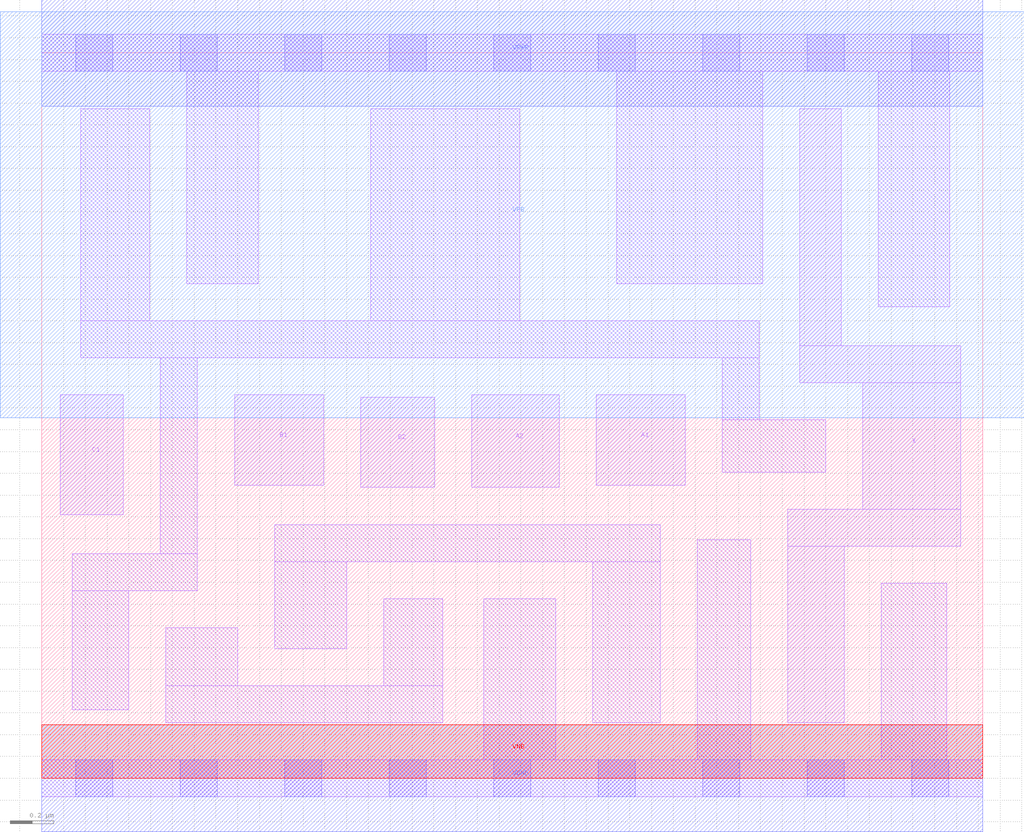
<source format=lef>
# Copyright 2020 The SkyWater PDK Authors
#
# Licensed under the Apache License, Version 2.0 (the "License");
# you may not use this file except in compliance with the License.
# You may obtain a copy of the License at
#
#     https://www.apache.org/licenses/LICENSE-2.0
#
# Unless required by applicable law or agreed to in writing, software
# distributed under the License is distributed on an "AS IS" BASIS,
# WITHOUT WARRANTIES OR CONDITIONS OF ANY KIND, either express or implied.
# See the License for the specific language governing permissions and
# limitations under the License.
#
# SPDX-License-Identifier: Apache-2.0

VERSION 5.7 ;
  NOWIREEXTENSIONATPIN ON ;
  DIVIDERCHAR "/" ;
  BUSBITCHARS "[]" ;
MACRO sky130_fd_sc_lp__o221a_2
  CLASS CORE ;
  FOREIGN sky130_fd_sc_lp__o221a_2 ;
  ORIGIN  0.000000  0.000000 ;
  SIZE  4.320000 BY  3.330000 ;
  SYMMETRY X Y R90 ;
  SITE unit ;
  PIN A1
    ANTENNAGATEAREA  0.315000 ;
    DIRECTION INPUT ;
    USE SIGNAL ;
    PORT
      LAYER li1 ;
        RECT 2.545000 1.345000 2.955000 1.760000 ;
    END
  END A1
  PIN A2
    ANTENNAGATEAREA  0.315000 ;
    DIRECTION INPUT ;
    USE SIGNAL ;
    PORT
      LAYER li1 ;
        RECT 1.975000 1.335000 2.375000 1.760000 ;
    END
  END A2
  PIN B1
    ANTENNAGATEAREA  0.315000 ;
    DIRECTION INPUT ;
    USE SIGNAL ;
    PORT
      LAYER li1 ;
        RECT 0.885000 1.345000 1.295000 1.760000 ;
    END
  END B1
  PIN B2
    ANTENNAGATEAREA  0.315000 ;
    DIRECTION INPUT ;
    USE SIGNAL ;
    PORT
      LAYER li1 ;
        RECT 1.465000 1.335000 1.805000 1.750000 ;
    END
  END B2
  PIN C1
    ANTENNAGATEAREA  0.315000 ;
    DIRECTION INPUT ;
    USE SIGNAL ;
    PORT
      LAYER li1 ;
        RECT 0.085000 1.210000 0.375000 1.760000 ;
    END
  END C1
  PIN X
    ANTENNADIFFAREA  0.588000 ;
    DIRECTION OUTPUT ;
    USE SIGNAL ;
    PORT
      LAYER li1 ;
        RECT 3.425000 0.255000 3.685000 1.065000 ;
        RECT 3.425000 1.065000 4.220000 1.235000 ;
        RECT 3.480000 1.815000 4.220000 1.985000 ;
        RECT 3.480000 1.985000 3.670000 3.075000 ;
        RECT 3.770000 1.235000 4.220000 1.815000 ;
    END
  END X
  PIN VGND
    DIRECTION INOUT ;
    USE GROUND ;
    PORT
      LAYER met1 ;
        RECT 0.000000 -0.245000 4.320000 0.245000 ;
    END
  END VGND
  PIN VNB
    DIRECTION INOUT ;
    USE GROUND ;
    PORT
      LAYER pwell ;
        RECT 0.000000 0.000000 4.320000 0.245000 ;
    END
  END VNB
  PIN VPB
    DIRECTION INOUT ;
    USE POWER ;
    PORT
      LAYER nwell ;
        RECT -0.190000 1.655000 4.510000 3.520000 ;
    END
  END VPB
  PIN VPWR
    DIRECTION INOUT ;
    USE POWER ;
    PORT
      LAYER met1 ;
        RECT 0.000000 3.085000 4.320000 3.575000 ;
    END
  END VPWR
  OBS
    LAYER li1 ;
      RECT 0.000000 -0.085000 4.320000 0.085000 ;
      RECT 0.000000  3.245000 4.320000 3.415000 ;
      RECT 0.140000  0.315000 0.400000 0.860000 ;
      RECT 0.140000  0.860000 0.715000 1.030000 ;
      RECT 0.180000  1.930000 3.295000 2.100000 ;
      RECT 0.180000  2.100000 0.495000 3.075000 ;
      RECT 0.545000  1.030000 0.715000 1.930000 ;
      RECT 0.570000  0.255000 1.840000 0.425000 ;
      RECT 0.570000  0.425000 0.900000 0.690000 ;
      RECT 0.665000  2.270000 0.995000 3.245000 ;
      RECT 1.070000  0.595000 1.400000 0.995000 ;
      RECT 1.070000  0.995000 2.840000 1.165000 ;
      RECT 1.510000  2.100000 2.195000 3.075000 ;
      RECT 1.570000  0.425000 1.840000 0.825000 ;
      RECT 2.030000  0.085000 2.360000 0.825000 ;
      RECT 2.530000  0.255000 2.840000 0.995000 ;
      RECT 2.640000  2.270000 3.310000 3.245000 ;
      RECT 3.010000  0.085000 3.255000 1.095000 ;
      RECT 3.125000  1.405000 3.600000 1.645000 ;
      RECT 3.125000  1.645000 3.295000 1.930000 ;
      RECT 3.840000  2.165000 4.170000 3.245000 ;
      RECT 3.855000  0.085000 4.155000 0.895000 ;
    LAYER mcon ;
      RECT 0.155000 -0.085000 0.325000 0.085000 ;
      RECT 0.155000  3.245000 0.325000 3.415000 ;
      RECT 0.635000 -0.085000 0.805000 0.085000 ;
      RECT 0.635000  3.245000 0.805000 3.415000 ;
      RECT 1.115000 -0.085000 1.285000 0.085000 ;
      RECT 1.115000  3.245000 1.285000 3.415000 ;
      RECT 1.595000 -0.085000 1.765000 0.085000 ;
      RECT 1.595000  3.245000 1.765000 3.415000 ;
      RECT 2.075000 -0.085000 2.245000 0.085000 ;
      RECT 2.075000  3.245000 2.245000 3.415000 ;
      RECT 2.555000 -0.085000 2.725000 0.085000 ;
      RECT 2.555000  3.245000 2.725000 3.415000 ;
      RECT 3.035000 -0.085000 3.205000 0.085000 ;
      RECT 3.035000  3.245000 3.205000 3.415000 ;
      RECT 3.515000 -0.085000 3.685000 0.085000 ;
      RECT 3.515000  3.245000 3.685000 3.415000 ;
      RECT 3.995000 -0.085000 4.165000 0.085000 ;
      RECT 3.995000  3.245000 4.165000 3.415000 ;
  END
END sky130_fd_sc_lp__o221a_2
END LIBRARY

</source>
